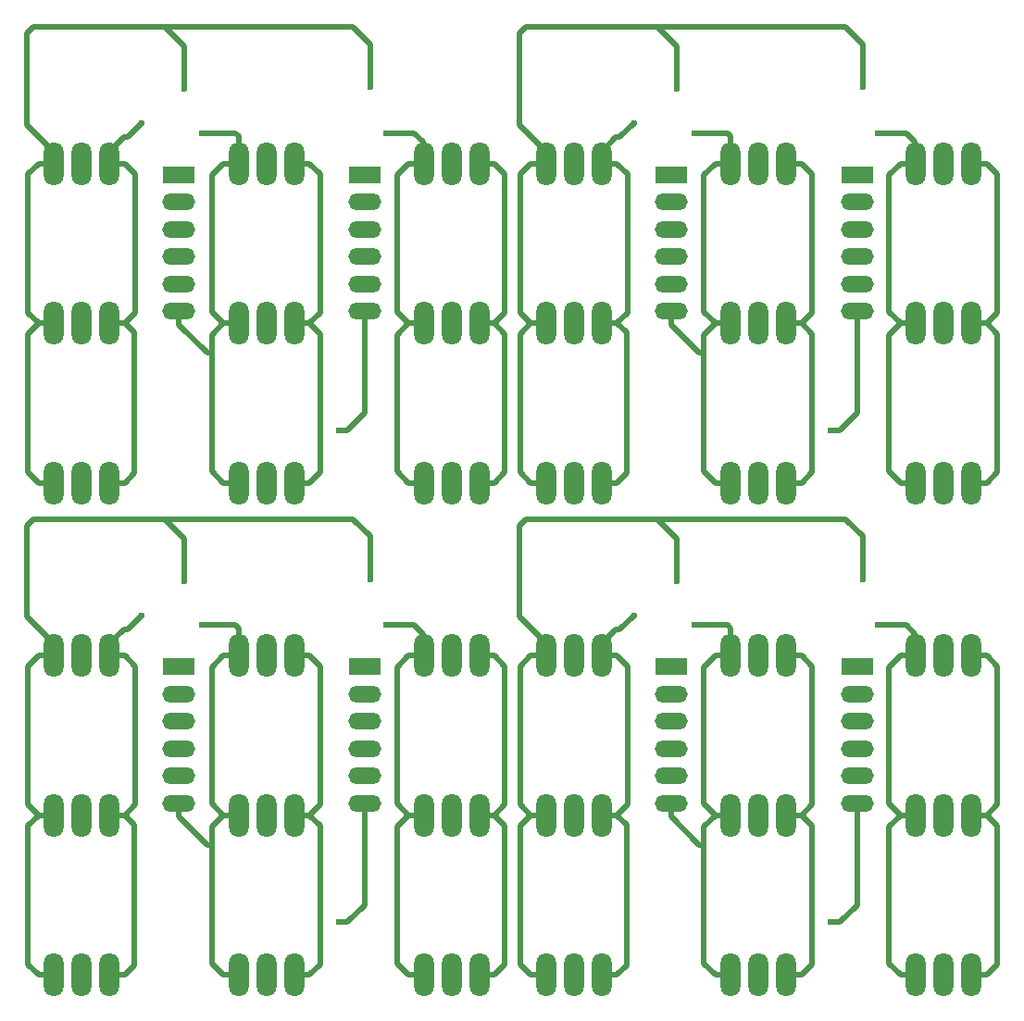
<source format=gbl>
G04 #@! TF.FileFunction,Copper,L2,Bot,Signal*
%FSLAX46Y46*%
G04 Gerber Fmt 4.6, Leading zero omitted, Abs format (unit mm)*
G04 Created by KiCad (PCBNEW 4.0.2-stable) date 12/4/2017 4:29:07 PM*
%MOMM*%
G01*
G04 APERTURE LIST*
%ADD10C,0.100000*%
%ADD11O,1.800000X4.000000*%
%ADD12R,3.000000X1.500000*%
%ADD13O,3.000000X1.500000*%
%ADD14C,0.600000*%
%ADD15C,0.500000*%
G04 APERTURE END LIST*
D10*
D11*
X167500000Y-113100000D03*
X164960000Y-113100000D03*
X170040000Y-113100000D03*
X184400000Y-113100000D03*
X181860000Y-113100000D03*
X186940000Y-113100000D03*
X167500000Y-127700000D03*
X164960000Y-127700000D03*
X170040000Y-127700000D03*
X184400000Y-127700000D03*
X181860000Y-127700000D03*
X186940000Y-127700000D03*
X167500000Y-142300000D03*
X164960000Y-142300000D03*
X170040000Y-142300000D03*
D12*
X176500000Y-114100000D03*
D13*
X176500000Y-116600000D03*
X176500000Y-119100000D03*
X176500000Y-121600000D03*
X176500000Y-124100000D03*
X176500000Y-126600000D03*
D11*
X184400000Y-142300000D03*
X181860000Y-142300000D03*
X186940000Y-142300000D03*
X105600000Y-127700000D03*
X103060000Y-127700000D03*
X108140000Y-127700000D03*
X105600000Y-142300000D03*
X103060000Y-142300000D03*
X108140000Y-142300000D03*
X150600000Y-142300000D03*
X148060000Y-142300000D03*
X153140000Y-142300000D03*
D12*
X159500000Y-114100000D03*
D13*
X159500000Y-116600000D03*
X159500000Y-119100000D03*
X159500000Y-121600000D03*
X159500000Y-124100000D03*
X159500000Y-126600000D03*
D11*
X139400000Y-142300000D03*
X136860000Y-142300000D03*
X141940000Y-142300000D03*
X150600000Y-127700000D03*
X148060000Y-127700000D03*
X153140000Y-127700000D03*
X105600000Y-113100000D03*
X103060000Y-113100000D03*
X108140000Y-113100000D03*
D12*
X114500000Y-114100000D03*
D13*
X114500000Y-116600000D03*
X114500000Y-119100000D03*
X114500000Y-121600000D03*
X114500000Y-124100000D03*
X114500000Y-126600000D03*
D11*
X122500000Y-142300000D03*
X119960000Y-142300000D03*
X125040000Y-142300000D03*
X139400000Y-127700000D03*
X136860000Y-127700000D03*
X141940000Y-127700000D03*
X122500000Y-127700000D03*
X119960000Y-127700000D03*
X125040000Y-127700000D03*
D12*
X131500000Y-114100000D03*
D13*
X131500000Y-116600000D03*
X131500000Y-119100000D03*
X131500000Y-121600000D03*
X131500000Y-124100000D03*
X131500000Y-126600000D03*
D11*
X150600000Y-113100000D03*
X148060000Y-113100000D03*
X153140000Y-113100000D03*
X139400000Y-113100000D03*
X136860000Y-113100000D03*
X141940000Y-113100000D03*
X122500000Y-113100000D03*
X119960000Y-113100000D03*
X125040000Y-113100000D03*
D12*
X159500000Y-69100000D03*
D13*
X159500000Y-71600000D03*
X159500000Y-74100000D03*
X159500000Y-76600000D03*
X159500000Y-79100000D03*
X159500000Y-81600000D03*
D11*
X150600000Y-82700000D03*
X148060000Y-82700000D03*
X153140000Y-82700000D03*
X150600000Y-97300000D03*
X148060000Y-97300000D03*
X153140000Y-97300000D03*
X150600000Y-68100000D03*
X148060000Y-68100000D03*
X153140000Y-68100000D03*
D12*
X176500000Y-69100000D03*
D13*
X176500000Y-71600000D03*
X176500000Y-74100000D03*
X176500000Y-76600000D03*
X176500000Y-79100000D03*
X176500000Y-81600000D03*
D11*
X167500000Y-82700000D03*
X164960000Y-82700000D03*
X170040000Y-82700000D03*
X184400000Y-82700000D03*
X181860000Y-82700000D03*
X186940000Y-82700000D03*
X167500000Y-97300000D03*
X164960000Y-97300000D03*
X170040000Y-97300000D03*
X184400000Y-97300000D03*
X181860000Y-97300000D03*
X186940000Y-97300000D03*
X167500000Y-68100000D03*
X164960000Y-68100000D03*
X170040000Y-68100000D03*
X184400000Y-68100000D03*
X181860000Y-68100000D03*
X186940000Y-68100000D03*
X139400000Y-97300000D03*
X136860000Y-97300000D03*
X141940000Y-97300000D03*
X139400000Y-82700000D03*
X136860000Y-82700000D03*
X141940000Y-82700000D03*
X139400000Y-68100000D03*
X136860000Y-68100000D03*
X141940000Y-68100000D03*
X122500000Y-97300000D03*
X119960000Y-97300000D03*
X125040000Y-97300000D03*
X122500000Y-82700000D03*
X119960000Y-82700000D03*
X125040000Y-82700000D03*
X122500000Y-68100000D03*
X119960000Y-68100000D03*
X125040000Y-68100000D03*
X105600000Y-97300000D03*
X103060000Y-97300000D03*
X108140000Y-97300000D03*
X105600000Y-82700000D03*
X103060000Y-82700000D03*
X108140000Y-82700000D03*
X105600000Y-68100000D03*
X103060000Y-68100000D03*
X108140000Y-68100000D03*
D12*
X131500000Y-69100000D03*
D13*
X131500000Y-71600000D03*
X131500000Y-74100000D03*
X131500000Y-76600000D03*
X131500000Y-79100000D03*
X131500000Y-81600000D03*
D12*
X114500000Y-69100000D03*
D13*
X114500000Y-71600000D03*
X114500000Y-74100000D03*
X114500000Y-76600000D03*
X114500000Y-79100000D03*
X114500000Y-81600000D03*
D14*
X115000000Y-106300000D03*
X116600000Y-110300000D03*
X133400000Y-110300000D03*
X132000000Y-106100000D03*
X178400000Y-110300000D03*
X177000000Y-106100000D03*
X161600000Y-110300000D03*
X160000000Y-106300000D03*
X178400000Y-65300000D03*
X161600000Y-65300000D03*
X160000000Y-61300000D03*
X177000000Y-61100000D03*
X132000000Y-61100000D03*
X115000000Y-61300000D03*
X116600000Y-65300000D03*
X133400000Y-65300000D03*
X111100000Y-109400000D03*
X156100000Y-109400000D03*
X156100000Y-64400000D03*
X111100000Y-64400000D03*
X129100000Y-137500000D03*
X174100000Y-137500000D03*
X174100000Y-92500000D03*
X129100000Y-92500000D03*
D15*
X145700000Y-114060000D02*
X145700000Y-126740000D01*
X148060000Y-113100000D02*
X148060000Y-112000000D01*
X146660000Y-113100000D02*
X145700000Y-114060000D01*
X148060000Y-113100000D02*
X146660000Y-113100000D01*
X146660000Y-127700000D02*
X148060000Y-127700000D01*
X146660000Y-127700000D02*
X145700000Y-128660000D01*
X145700000Y-126740000D02*
X146660000Y-127700000D01*
X135460000Y-127700000D02*
X136860000Y-127700000D01*
X135460000Y-127700000D02*
X134400000Y-128760000D01*
X136860000Y-113100000D02*
X136860000Y-112000000D01*
X136860000Y-113100000D02*
X135460000Y-113100000D01*
X136800000Y-111100000D02*
X136000000Y-110300000D01*
X136800000Y-111940000D02*
X136800000Y-111100000D01*
X136000000Y-110300000D02*
X133400000Y-110300000D01*
X136860000Y-112000000D02*
X136800000Y-111940000D01*
X135460000Y-113100000D02*
X134400000Y-114160000D01*
X134400000Y-126640000D02*
X135460000Y-127700000D01*
X134400000Y-114160000D02*
X134400000Y-126640000D01*
X134400000Y-128760000D02*
X134400000Y-141240000D01*
X145700000Y-141340000D02*
X146660000Y-142300000D01*
X145700000Y-128660000D02*
X145700000Y-141340000D01*
X146660000Y-142300000D02*
X148060000Y-142300000D01*
X135460000Y-142300000D02*
X136860000Y-142300000D01*
X134400000Y-141240000D02*
X135460000Y-142300000D01*
X119960000Y-113100000D02*
X118560000Y-113100000D01*
X118560000Y-113100000D02*
X117500000Y-114160000D01*
X119960000Y-113100000D02*
X119960000Y-110600000D01*
X119960000Y-110600000D02*
X119660000Y-110300000D01*
X119660000Y-110300000D02*
X116600000Y-110300000D01*
X115000000Y-102400000D02*
X115000000Y-106300000D01*
X113200000Y-100600000D02*
X115000000Y-102400000D01*
X130400000Y-100600000D02*
X113200000Y-100600000D01*
X132000000Y-106100000D02*
X132000000Y-102200000D01*
X132000000Y-102200000D02*
X130400000Y-100600000D01*
X101200000Y-100600000D02*
X113200000Y-100600000D01*
X100600000Y-109540000D02*
X100600000Y-101200000D01*
X100600000Y-101200000D02*
X101200000Y-100600000D01*
X103060000Y-113100000D02*
X101660000Y-113100000D01*
X101660000Y-113100000D02*
X100700000Y-114060000D01*
X103060000Y-112000000D02*
X100600000Y-109540000D01*
X103060000Y-113100000D02*
X103060000Y-112000000D01*
X117500000Y-126640000D02*
X118560000Y-127700000D01*
X117500000Y-114160000D02*
X117500000Y-126640000D01*
X100700000Y-126740000D02*
X101660000Y-127700000D01*
X101660000Y-127700000D02*
X103060000Y-127700000D01*
X100700000Y-114060000D02*
X100700000Y-126740000D01*
X114500000Y-127850000D02*
X117050000Y-130400000D01*
X117050000Y-130400000D02*
X117500000Y-130400000D01*
X114500000Y-126600000D02*
X114500000Y-127850000D01*
X117500000Y-128760000D02*
X117500000Y-130400000D01*
X101660000Y-127700000D02*
X100700000Y-128660000D01*
X100700000Y-128660000D02*
X100700000Y-141340000D01*
X100700000Y-141340000D02*
X101660000Y-142300000D01*
X101660000Y-142300000D02*
X103060000Y-142300000D01*
X118560000Y-127700000D02*
X117500000Y-128760000D01*
X118560000Y-142300000D02*
X119960000Y-142300000D01*
X117500000Y-130400000D02*
X117500000Y-141240000D01*
X118560000Y-127700000D02*
X119960000Y-127700000D01*
X117500000Y-141240000D02*
X118560000Y-142300000D01*
X162050000Y-130400000D02*
X162500000Y-130400000D01*
X159500000Y-126600000D02*
X159500000Y-127850000D01*
X163560000Y-127700000D02*
X162500000Y-128760000D01*
X162500000Y-128760000D02*
X162500000Y-130400000D01*
X159500000Y-127850000D02*
X162050000Y-130400000D01*
X180460000Y-127700000D02*
X179400000Y-128760000D01*
X179400000Y-128760000D02*
X179400000Y-141240000D01*
X179400000Y-141240000D02*
X180460000Y-142300000D01*
X180460000Y-142300000D02*
X181860000Y-142300000D01*
X163560000Y-142300000D02*
X164960000Y-142300000D01*
X162500000Y-141240000D02*
X163560000Y-142300000D01*
X162500000Y-130400000D02*
X162500000Y-141240000D01*
X179400000Y-126640000D02*
X180460000Y-127700000D01*
X179400000Y-114160000D02*
X179400000Y-126640000D01*
X180460000Y-127700000D02*
X181860000Y-127700000D01*
X145600000Y-109540000D02*
X145600000Y-101200000D01*
X146200000Y-100600000D02*
X158200000Y-100600000D01*
X158200000Y-100600000D02*
X160000000Y-102400000D01*
X148060000Y-112000000D02*
X145600000Y-109540000D01*
X145600000Y-101200000D02*
X146200000Y-100600000D01*
X160000000Y-102400000D02*
X160000000Y-106300000D01*
X181860000Y-112000000D02*
X181800000Y-111940000D01*
X181800000Y-111100000D02*
X181000000Y-110300000D01*
X181860000Y-113100000D02*
X180460000Y-113100000D01*
X180460000Y-113100000D02*
X179400000Y-114160000D01*
X181800000Y-111940000D02*
X181800000Y-111100000D01*
X181000000Y-110300000D02*
X178400000Y-110300000D01*
X181860000Y-113100000D02*
X181860000Y-112000000D01*
X162500000Y-126640000D02*
X163560000Y-127700000D01*
X163560000Y-127700000D02*
X164960000Y-127700000D01*
X162500000Y-114160000D02*
X162500000Y-126640000D01*
X164960000Y-113100000D02*
X163560000Y-113100000D01*
X163560000Y-113100000D02*
X162500000Y-114160000D01*
X175400000Y-100600000D02*
X158200000Y-100600000D01*
X177000000Y-106100000D02*
X177000000Y-102200000D01*
X177000000Y-102200000D02*
X175400000Y-100600000D01*
X164960000Y-110600000D02*
X164660000Y-110300000D01*
X164660000Y-110300000D02*
X161600000Y-110300000D01*
X164960000Y-113100000D02*
X164960000Y-110600000D01*
X145700000Y-96340000D02*
X146660000Y-97300000D01*
X146660000Y-97300000D02*
X148060000Y-97300000D01*
X145700000Y-81740000D02*
X146660000Y-82700000D01*
X145700000Y-69060000D02*
X145700000Y-81740000D01*
X162500000Y-69160000D02*
X162500000Y-81640000D01*
X146660000Y-82700000D02*
X148060000Y-82700000D01*
X145700000Y-83660000D02*
X145700000Y-96340000D01*
X146660000Y-82700000D02*
X145700000Y-83660000D01*
X162500000Y-81640000D02*
X163560000Y-82700000D01*
X159500000Y-81600000D02*
X159500000Y-82850000D01*
X162500000Y-83760000D02*
X162500000Y-85400000D01*
X163560000Y-82700000D02*
X162500000Y-83760000D01*
X162050000Y-85400000D02*
X162500000Y-85400000D01*
X159500000Y-82850000D02*
X162050000Y-85400000D01*
X162500000Y-96240000D02*
X163560000Y-97300000D01*
X163560000Y-82700000D02*
X164960000Y-82700000D01*
X163560000Y-97300000D02*
X164960000Y-97300000D01*
X162500000Y-85400000D02*
X162500000Y-96240000D01*
X181860000Y-67000000D02*
X181800000Y-66940000D01*
X180460000Y-97300000D02*
X181860000Y-97300000D01*
X179400000Y-96240000D02*
X180460000Y-97300000D01*
X179400000Y-83760000D02*
X179400000Y-96240000D01*
X179400000Y-69160000D02*
X179400000Y-81640000D01*
X181860000Y-68100000D02*
X180460000Y-68100000D01*
X180460000Y-68100000D02*
X179400000Y-69160000D01*
X181860000Y-68100000D02*
X181860000Y-67000000D01*
X180460000Y-82700000D02*
X181860000Y-82700000D01*
X179400000Y-81640000D02*
X180460000Y-82700000D01*
X180460000Y-82700000D02*
X179400000Y-83760000D01*
X164660000Y-65300000D02*
X161600000Y-65300000D01*
X158200000Y-55600000D02*
X160000000Y-57400000D01*
X160000000Y-57400000D02*
X160000000Y-61300000D01*
X175400000Y-55600000D02*
X158200000Y-55600000D01*
X148060000Y-67000000D02*
X145600000Y-64540000D01*
X148060000Y-68100000D02*
X146660000Y-68100000D01*
X145600000Y-64540000D02*
X145600000Y-56200000D01*
X145600000Y-56200000D02*
X146200000Y-55600000D01*
X146200000Y-55600000D02*
X158200000Y-55600000D01*
X181800000Y-66940000D02*
X181800000Y-66100000D01*
X181000000Y-65300000D02*
X178400000Y-65300000D01*
X177000000Y-61100000D02*
X177000000Y-57200000D01*
X177000000Y-57200000D02*
X175400000Y-55600000D01*
X181800000Y-66100000D02*
X181000000Y-65300000D01*
X148060000Y-68100000D02*
X148060000Y-67000000D01*
X146660000Y-68100000D02*
X145700000Y-69060000D01*
X164960000Y-68100000D02*
X164960000Y-65600000D01*
X164960000Y-68100000D02*
X163560000Y-68100000D01*
X164960000Y-65600000D02*
X164660000Y-65300000D01*
X163560000Y-68100000D02*
X162500000Y-69160000D01*
X132000000Y-57200000D02*
X130400000Y-55600000D01*
X130400000Y-55600000D02*
X113200000Y-55600000D01*
X132000000Y-61100000D02*
X132000000Y-57200000D01*
X115000000Y-57400000D02*
X115000000Y-61300000D01*
X113200000Y-55600000D02*
X115000000Y-57400000D01*
X101200000Y-55600000D02*
X113200000Y-55600000D01*
X100600000Y-56200000D02*
X101200000Y-55600000D01*
X100600000Y-64540000D02*
X100600000Y-56200000D01*
X103060000Y-68100000D02*
X103060000Y-67000000D01*
X103060000Y-67000000D02*
X100600000Y-64540000D01*
X117500000Y-83760000D02*
X117500000Y-85400000D01*
X114500000Y-81600000D02*
X114500000Y-82850000D01*
X117500000Y-85400000D02*
X117500000Y-96240000D01*
X114500000Y-82850000D02*
X117050000Y-85400000D01*
X117050000Y-85400000D02*
X117500000Y-85400000D01*
X119660000Y-65300000D02*
X116600000Y-65300000D01*
X119960000Y-68100000D02*
X119960000Y-65600000D01*
X119960000Y-65600000D02*
X119660000Y-65300000D01*
X136000000Y-65300000D02*
X133400000Y-65300000D01*
X136800000Y-66100000D02*
X136000000Y-65300000D01*
X136800000Y-66940000D02*
X136800000Y-66100000D01*
X136860000Y-68100000D02*
X136860000Y-67000000D01*
X136860000Y-67000000D02*
X136800000Y-66940000D01*
X135460000Y-82700000D02*
X134400000Y-83760000D01*
X134400000Y-83760000D02*
X134400000Y-96240000D01*
X134400000Y-96240000D02*
X135460000Y-97300000D01*
X135460000Y-97300000D02*
X136860000Y-97300000D01*
X136860000Y-68100000D02*
X135460000Y-68100000D01*
X135460000Y-68100000D02*
X134400000Y-69160000D01*
X134400000Y-69160000D02*
X134400000Y-81640000D01*
X134400000Y-81640000D02*
X135460000Y-82700000D01*
X135460000Y-82700000D02*
X136860000Y-82700000D01*
X118560000Y-82700000D02*
X117500000Y-83760000D01*
X117500000Y-96240000D02*
X118560000Y-97300000D01*
X118560000Y-97300000D02*
X119960000Y-97300000D01*
X119960000Y-68100000D02*
X118560000Y-68100000D01*
X118560000Y-68100000D02*
X117500000Y-69160000D01*
X117500000Y-69160000D02*
X117500000Y-81640000D01*
X117500000Y-81640000D02*
X118560000Y-82700000D01*
X118560000Y-82700000D02*
X119960000Y-82700000D01*
X101660000Y-82700000D02*
X100700000Y-83660000D01*
X101660000Y-97300000D02*
X103060000Y-97300000D01*
X100700000Y-83660000D02*
X100700000Y-96340000D01*
X100700000Y-96340000D02*
X101660000Y-97300000D01*
X103060000Y-68100000D02*
X101660000Y-68100000D01*
X101660000Y-68100000D02*
X100700000Y-69060000D01*
X100700000Y-69060000D02*
X100700000Y-81740000D01*
X100700000Y-81740000D02*
X101660000Y-82700000D01*
X101660000Y-82700000D02*
X103060000Y-82700000D01*
X143340000Y-113100000D02*
X144300000Y-114060000D01*
X141940000Y-113100000D02*
X143340000Y-113100000D01*
X144300000Y-114060000D02*
X144300000Y-126740000D01*
X143340000Y-127700000D02*
X144300000Y-128660000D01*
X143340000Y-127700000D02*
X141940000Y-127700000D01*
X144300000Y-126740000D02*
X143340000Y-127700000D01*
X127400000Y-114060000D02*
X127400000Y-126740000D01*
X127400000Y-141340000D02*
X126440000Y-142300000D01*
X127400000Y-126740000D02*
X126440000Y-127700000D01*
X126440000Y-127700000D02*
X127400000Y-128660000D01*
X127400000Y-128660000D02*
X127400000Y-141340000D01*
X144300000Y-128660000D02*
X144300000Y-141340000D01*
X144300000Y-141340000D02*
X143340000Y-142300000D01*
X143340000Y-142300000D02*
X141940000Y-142300000D01*
X125040000Y-113100000D02*
X126440000Y-113100000D01*
X126440000Y-113100000D02*
X127400000Y-114060000D01*
X109800000Y-110700000D02*
X111100000Y-109400000D01*
X108140000Y-113100000D02*
X109540000Y-113100000D01*
X109540000Y-113100000D02*
X110500000Y-114060000D01*
X109440000Y-110700000D02*
X109800000Y-110700000D01*
X108140000Y-113100000D02*
X108140000Y-112000000D01*
X108140000Y-112000000D02*
X109440000Y-110700000D01*
X110500000Y-114060000D02*
X110500000Y-126740000D01*
X110500000Y-126740000D02*
X109540000Y-127700000D01*
X109540000Y-127700000D02*
X110400000Y-128560000D01*
X109540000Y-127700000D02*
X108140000Y-127700000D01*
X110400000Y-128560000D02*
X110400000Y-141440000D01*
X109540000Y-142300000D02*
X108140000Y-142300000D01*
X110400000Y-141440000D02*
X109540000Y-142300000D01*
X126440000Y-127700000D02*
X125040000Y-127700000D01*
X126440000Y-142300000D02*
X125040000Y-142300000D01*
X154540000Y-127700000D02*
X155400000Y-128560000D01*
X171440000Y-142300000D02*
X170040000Y-142300000D01*
X172400000Y-141340000D02*
X171440000Y-142300000D01*
X172400000Y-128660000D02*
X172400000Y-141340000D01*
X171440000Y-127700000D02*
X172400000Y-128660000D01*
X188340000Y-127700000D02*
X189300000Y-128660000D01*
X188340000Y-142300000D02*
X186940000Y-142300000D01*
X189300000Y-141340000D02*
X188340000Y-142300000D01*
X189300000Y-128660000D02*
X189300000Y-141340000D01*
X155400000Y-141440000D02*
X154540000Y-142300000D01*
X154540000Y-142300000D02*
X153140000Y-142300000D01*
X155400000Y-128560000D02*
X155400000Y-141440000D01*
X186940000Y-113100000D02*
X188340000Y-113100000D01*
X188340000Y-127700000D02*
X186940000Y-127700000D01*
X189300000Y-126740000D02*
X188340000Y-127700000D01*
X188340000Y-113100000D02*
X189300000Y-114060000D01*
X189300000Y-114060000D02*
X189300000Y-126740000D01*
X172400000Y-126740000D02*
X171440000Y-127700000D01*
X171440000Y-127700000D02*
X170040000Y-127700000D01*
X170040000Y-113100000D02*
X171440000Y-113100000D01*
X172400000Y-114060000D02*
X172400000Y-126740000D01*
X171440000Y-113100000D02*
X172400000Y-114060000D01*
X154800000Y-110700000D02*
X156100000Y-109400000D01*
X153140000Y-112000000D02*
X154440000Y-110700000D01*
X153140000Y-113100000D02*
X153140000Y-112000000D01*
X154440000Y-110700000D02*
X154800000Y-110700000D01*
X154540000Y-113100000D02*
X155500000Y-114060000D01*
X153140000Y-113100000D02*
X154540000Y-113100000D01*
X154540000Y-127700000D02*
X153140000Y-127700000D01*
X155500000Y-126740000D02*
X154540000Y-127700000D01*
X155500000Y-114060000D02*
X155500000Y-126740000D01*
X155400000Y-96440000D02*
X154540000Y-97300000D01*
X154540000Y-97300000D02*
X153140000Y-97300000D01*
X155500000Y-69060000D02*
X155500000Y-81740000D01*
X155500000Y-81740000D02*
X154540000Y-82700000D01*
X154540000Y-82700000D02*
X153140000Y-82700000D01*
X155400000Y-83560000D02*
X155400000Y-96440000D01*
X154540000Y-82700000D02*
X155400000Y-83560000D01*
X171440000Y-82700000D02*
X170040000Y-82700000D01*
X171440000Y-97300000D02*
X170040000Y-97300000D01*
X189300000Y-69060000D02*
X189300000Y-81740000D01*
X188340000Y-68100000D02*
X189300000Y-69060000D01*
X186940000Y-68100000D02*
X188340000Y-68100000D01*
X172400000Y-81740000D02*
X171440000Y-82700000D01*
X172400000Y-96340000D02*
X171440000Y-97300000D01*
X172400000Y-83660000D02*
X172400000Y-96340000D01*
X171440000Y-82700000D02*
X172400000Y-83660000D01*
X188340000Y-97300000D02*
X186940000Y-97300000D01*
X189300000Y-83660000D02*
X189300000Y-96340000D01*
X189300000Y-96340000D02*
X188340000Y-97300000D01*
X172400000Y-69060000D02*
X172400000Y-81740000D01*
X171440000Y-68100000D02*
X172400000Y-69060000D01*
X188340000Y-82700000D02*
X186940000Y-82700000D01*
X188340000Y-82700000D02*
X189300000Y-83660000D01*
X189300000Y-81740000D02*
X188340000Y-82700000D01*
X154540000Y-68100000D02*
X155500000Y-69060000D01*
X153140000Y-68100000D02*
X153140000Y-67000000D01*
X153140000Y-67000000D02*
X154440000Y-65700000D01*
X154440000Y-65700000D02*
X154800000Y-65700000D01*
X154800000Y-65700000D02*
X156100000Y-64400000D01*
X153140000Y-68100000D02*
X154540000Y-68100000D01*
X170040000Y-68100000D02*
X171440000Y-68100000D01*
X109800000Y-65700000D02*
X111100000Y-64400000D01*
X109440000Y-65700000D02*
X109800000Y-65700000D01*
X108140000Y-68100000D02*
X108140000Y-67000000D01*
X108140000Y-67000000D02*
X109440000Y-65700000D01*
X143340000Y-82700000D02*
X144300000Y-83660000D01*
X144300000Y-83660000D02*
X144300000Y-96340000D01*
X144300000Y-96340000D02*
X143340000Y-97300000D01*
X143340000Y-97300000D02*
X141940000Y-97300000D01*
X141940000Y-68100000D02*
X143340000Y-68100000D01*
X143340000Y-68100000D02*
X144300000Y-69060000D01*
X144300000Y-69060000D02*
X144300000Y-81740000D01*
X144300000Y-81740000D02*
X143340000Y-82700000D01*
X143340000Y-82700000D02*
X141940000Y-82700000D01*
X126440000Y-82700000D02*
X127400000Y-83660000D01*
X127400000Y-83660000D02*
X127400000Y-96340000D01*
X127400000Y-96340000D02*
X126440000Y-97300000D01*
X126440000Y-97300000D02*
X125040000Y-97300000D01*
X125040000Y-68100000D02*
X126440000Y-68100000D01*
X126440000Y-68100000D02*
X127400000Y-69060000D01*
X127400000Y-69060000D02*
X127400000Y-81740000D01*
X127400000Y-81740000D02*
X126440000Y-82700000D01*
X126440000Y-82700000D02*
X125040000Y-82700000D01*
X109540000Y-82700000D02*
X110400000Y-83560000D01*
X109540000Y-97300000D02*
X108140000Y-97300000D01*
X110400000Y-83560000D02*
X110400000Y-96440000D01*
X110400000Y-96440000D02*
X109540000Y-97300000D01*
X108140000Y-68100000D02*
X109540000Y-68100000D01*
X110500000Y-69060000D02*
X110500000Y-81740000D01*
X109540000Y-68100000D02*
X110500000Y-69060000D01*
X110500000Y-81740000D02*
X109540000Y-82700000D01*
X109540000Y-82700000D02*
X108140000Y-82700000D01*
X129900000Y-137500000D02*
X131500000Y-135900000D01*
X129100000Y-137500000D02*
X129900000Y-137500000D01*
X131500000Y-135900000D02*
X131500000Y-126600000D01*
X174100000Y-137500000D02*
X174900000Y-137500000D01*
X176500000Y-135900000D02*
X176500000Y-126600000D01*
X174900000Y-137500000D02*
X176500000Y-135900000D01*
X174100000Y-92500000D02*
X174900000Y-92500000D01*
X176500000Y-90900000D02*
X176500000Y-81600000D01*
X174900000Y-92500000D02*
X176500000Y-90900000D01*
X129900000Y-92500000D02*
X131500000Y-90900000D01*
X131500000Y-90900000D02*
X131500000Y-81600000D01*
X129100000Y-92500000D02*
X129900000Y-92500000D01*
M02*

</source>
